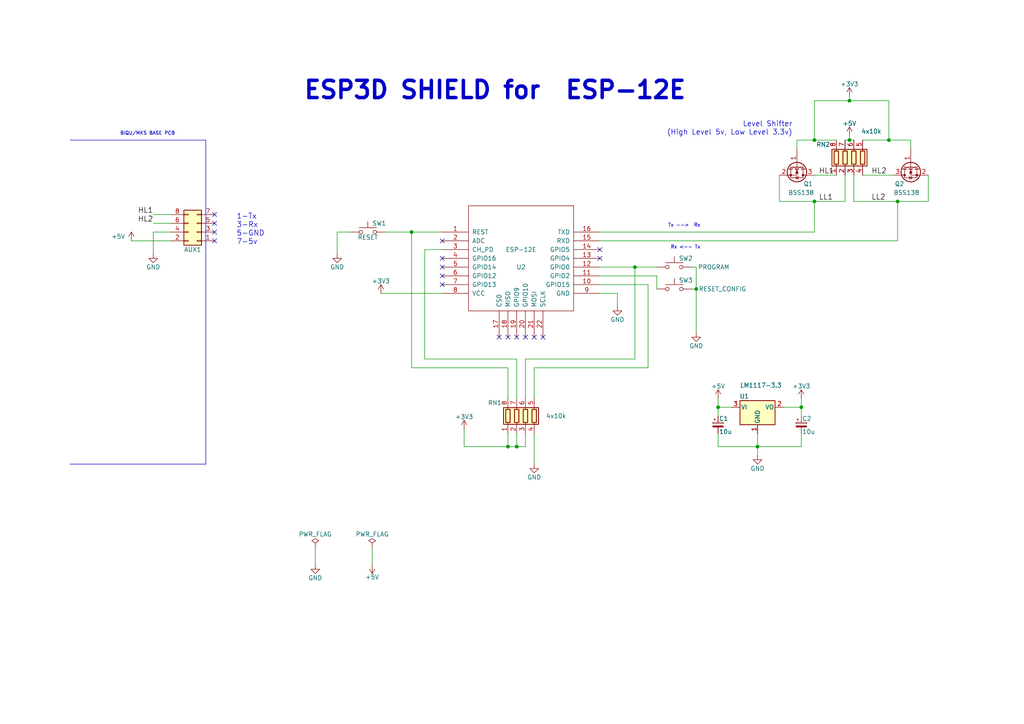
<source format=kicad_sch>
(kicad_sch (version 20230121) (generator eeschema)
  (paper "A4")
  (title_block (title "ESP3D shield") (date "29/9/2017") (rev "A") (company "dev76.org"))
  (lib_symbols
    (symbol "ESP3D-SHIELD-rescue:+3.3V" (power) (pin_names (offset 0))
      (property "Value" "+3.3V" (at 0 3.556 0))
      (symbol "+3.3V_0_1"
        (polyline (pts (xy -0.762 1.27) (xy 0 2.54)))
        (polyline (pts (xy 0 0) (xy 0 2.54)))
        (polyline (pts (xy 0 2.54) (xy 0.762 1.27)))
      )
      (symbol "+3.3V_1_1"
        (pin power_in line (at 0 0 90) (length 0) hide (name "+3V3") (number "1"))
      )
    )
    (symbol "ESP3D-SHIELD-rescue:+5V" (power) (pin_names (offset 0))
      (property "Value" "+5V" (at 0 3.556 0))
      (symbol "+5V_0_1"
        (polyline (pts (xy -0.762 1.27) (xy 0 2.54)))
        (polyline (pts (xy 0 0) (xy 0 2.54)))
        (polyline (pts (xy 0 2.54) (xy 0.762 1.27)))
      )
      (symbol "+5V_1_1"
        (pin power_in line (at 0 0 90) (length 0) hide (name "+5V") (number "1"))
      )
    )
    (symbol "ESP3D-SHIELD-rescue:BSS138" (pin_names (offset 0) hide)
      (property "Reference" "Q" (at 5.08 1.905 0))
      (property "Value" "BSS138" (at 5.08 0 0))
      (symbol "BSS138_0_1"
        (polyline (pts (xy 0.762 -1.778) (xy 2.54 -1.778)))
        (polyline (pts (xy 0.762 -1.27) (xy 0.762 -2.286)) (stroke (width 0.254)))
        (polyline (pts (xy 0.762 0) (xy 2.54 0)))
        (polyline (pts (xy 0.762 0.508) (xy 0.762 -0.508)) (stroke (width 0.254)))
        (polyline (pts (xy 0.762 1.778) (xy 2.54 1.778)))
        (polyline (pts (xy 0.762 2.286) (xy 0.762 1.27)) (stroke (width 0.254)))
        (polyline (pts (xy 2.54 -1.778) (xy 2.54 -2.54)))
        (polyline (pts (xy 2.54 -1.778) (xy 2.54 0)))
        (polyline (pts (xy 2.54 2.54) (xy 2.54 1.778)))
        (polyline (pts (xy 0.254 1.905) (xy 0.254 -1.905) (xy 0.254 -1.905)) (stroke (width 0.254)))
        (polyline (pts (xy 1.016 0) (xy 2.032 0.381) (xy 2.032 -0.381) (xy 1.016 0)) (fill (type outline)))
        (polyline (pts (xy 2.54 -1.778) (xy 3.302 -1.778) (xy 3.302 1.778) (xy 2.54 1.778)))
        (polyline (pts (xy 2.794 0.508) (xy 2.921 0.381) (xy 3.683 0.381) (xy 3.81 0.254)))
        (polyline (pts (xy 3.302 0.381) (xy 2.921 -0.254) (xy 3.683 -0.254) (xy 3.302 0.381)))
        (circle (center 1.651 0) (radius 2.8194) (stroke (width 0.254)))
        (circle (center 2.54 -1.778) (radius 0.2794) (fill (type outline)))
        (circle (center 2.54 1.778) (radius 0.2794) (fill (type outline)))
      )
      (symbol "BSS138_1_1"
        (pin input line (at -5.08 0 0) (length 5.334) (name "G") (number "1"))
        (pin passive line (at 2.54 -5.08 90) (length 2.54) (name "S") (number "2"))
        (pin passive line (at 2.54 5.08 270) (length 2.54) (name "D") (number "3"))
      )
    )
    (symbol "ESP3D-SHIELD-rescue:CP_Small" (pin_numbers hide) (pin_names (offset 0.254) hide)
      (property "Reference" "C" (at 0.254 1.778 0))
      (property "Value" "CP_Small" (at 0.254 -2.032 0))
      (symbol "CP_Small_0_1"
        (rectangle (start -1.524 -0.3048) (end 1.524 -0.6858) (fill (type outline)))
        (rectangle (start -1.524 0.6858) (end 1.524 0.3048))
        (polyline (pts (xy -1.27 1.524) (xy -0.762 1.524)))
        (polyline (pts (xy -1.016 1.27) (xy -1.016 1.778)))
      )
      (symbol "CP_Small_1_1"
        (pin passive line (at 0 2.54 270) (length 1.8542) (name "~") (number "1"))
        (pin passive line (at 0 -2.54 90) (length 1.8542) (name "~") (number "2"))
      )
    )
    (symbol "ESP3D-SHIELD-rescue:Conn_02x04_Odd_Even" (pin_names (offset 1.016) hide)
      (property "Reference" "J" (at 1.27 5.08 0))
      (property "Value" "Conn_02x04_Odd_Even" (at 1.27 -7.62 0))
      (symbol "Conn_02x04_Odd_Even_1_1"
        (rectangle (start -1.27 -4.953) (end 0 -5.207) (stroke (width 0.1524)))
        (rectangle (start -1.27 -2.413) (end 0 -2.667) (stroke (width 0.1524)))
        (rectangle (start -1.27 0.127) (end 0 -0.127) (stroke (width 0.1524)))
        (rectangle (start -1.27 2.667) (end 0 2.413) (stroke (width 0.1524)))
        (rectangle (start -1.27 3.81) (end 3.81 -6.35) (stroke (width 0.254)) (fill (type background)))
        (rectangle (start 3.81 -4.953) (end 2.54 -5.207) (stroke (width 0.1524)))
        (rectangle (start 3.81 -2.413) (end 2.54 -2.667) (stroke (width 0.1524)))
        (rectangle (start 3.81 0.127) (end 2.54 -0.127) (stroke (width 0.1524)))
        (rectangle (start 3.81 2.667) (end 2.54 2.413) (stroke (width 0.1524)))
        (pin passive line (at -5.08 2.54 0) (length 3.81) (name "Pin_1") (number "1"))
        (pin passive line (at 7.62 2.54 180) (length 3.81) (name "Pin_2") (number "2"))
        (pin passive line (at -5.08 0 0) (length 3.81) (name "Pin_3") (number "3"))
        (pin passive line (at 7.62 0 180) (length 3.81) (name "Pin_4") (number "4"))
        (pin passive line (at -5.08 -2.54 0) (length 3.81) (name "Pin_5") (number "5"))
        (pin passive line (at 7.62 -2.54 180) (length 3.81) (name "Pin_6") (number "6"))
        (pin passive line (at -5.08 -5.08 0) (length 3.81) (name "Pin_7") (number "7"))
        (pin passive line (at 7.62 -5.08 180) (length 3.81) (name "Pin_8") (number "8"))
      )
    )
    (symbol "ESP3D-SHIELD-rescue:ESP-12E" (pin_names (offset 1.016))
      (property "Reference" "U" (at 0 -2.54 0))
      (property "Value" "ESP-12E" (at 0 2.54 0))
      (symbol "ESP-12E_1_0"
        (rectangle (start -15.24 -15.24) (end 15.24 15.24))
      )
      (symbol "ESP-12E_1_1"
        (pin input line (at -22.86 7.62 0) (length 7.62) (name "REST") (number "1"))
        (pin bidirectional line (at 22.86 -7.62 180) (length 7.62) (name "GPIO15") (number "10"))
        (pin bidirectional line (at 22.86 -5.08 180) (length 7.62) (name "GPIO2") (number "11"))
        (pin bidirectional line (at 22.86 -2.54 180) (length 7.62) (name "GPIO0") (number "12"))
        (pin bidirectional line (at 22.86 0 180) (length 7.62) (name "GPIO4") (number "13"))
        (pin bidirectional line (at 22.86 2.54 180) (length 7.62) (name "GPIO5") (number "14"))
        (pin input line (at 22.86 5.08 180) (length 7.62) (name "RXD") (number "15"))
        (pin output line (at 22.86 7.62 180) (length 7.62) (name "TXD") (number "16"))
        (pin bidirectional line (at -6.35 -22.86 90) (length 7.62) (name "CS0") (number "17"))
        (pin bidirectional line (at -3.81 -22.86 90) (length 7.62) (name "MISO") (number "18"))
        (pin bidirectional line (at -1.27 -22.86 90) (length 7.62) (name "GPIO9") (number "19"))
        (pin passive line (at -22.86 5.08 0) (length 7.62) (name "ADC") (number "2"))
        (pin bidirectional line (at 1.27 -22.86 90) (length 7.62) (name "GPIO10") (number "20"))
        (pin bidirectional line (at 3.81 -22.86 90) (length 7.62) (name "MOSI") (number "21"))
        (pin bidirectional line (at 6.35 -22.86 90) (length 7.62) (name "SCLK") (number "22"))
        (pin input line (at -22.86 2.54 0) (length 7.62) (name "CH_PD") (number "3"))
        (pin bidirectional line (at -22.86 0 0) (length 7.62) (name "GPIO16") (number "4"))
        (pin bidirectional line (at -22.86 -2.54 0) (length 7.62) (name "GPIO14") (number "5"))
        (pin bidirectional line (at -22.86 -5.08 0) (length 7.62) (name "GPIO12") (number "6"))
        (pin bidirectional line (at -22.86 -7.62 0) (length 7.62) (name "GPIO13") (number "7"))
        (pin power_in line (at -22.86 -10.16 0) (length 7.62) (name "VCC") (number "8"))
        (pin power_in line (at 22.86 -10.16 180) (length 7.62) (name "GND") (number "9"))
      )
    )
    (symbol "ESP3D-SHIELD-rescue:GND" (power) (pin_names (offset 0))
      (property "Value" "GND" (at 0 -3.81 0))
      (symbol "GND_0_1"
        (polyline (pts (xy 0 0) (xy 0 -1.27) (xy 1.27 -1.27) (xy 0 -2.54) (xy -1.27 -1.27) (xy 0 -1.27)))
      )
      (symbol "GND_1_1"
        (pin power_in line (at 0 0 270) (length 0) hide (name "GND") (number "1"))
      )
    )
    (symbol "ESP3D-SHIELD-rescue:LM1117-3.3" (pin_names (offset 0.254))
      (property "Reference" "U" (at -3.81 3.175 0))
      (property "Value" "LM1117-3.3" (at 0 3.175 0))
      (symbol "LM1117-3.3_0_1"
        (rectangle (start -5.08 -5.08) (end 5.08 1.905) (stroke (width 0.254)) (fill (type background)))
      )
      (symbol "LM1117-3.3_1_1"
        (pin power_in line (at 0 -7.62 90) (length 2.54) (name "GND") (number "1"))
        (pin power_out line (at 7.62 0 180) (length 2.54) (name "VO") (number "2"))
        (pin power_in line (at -7.62 0 0) (length 2.54) (name "VI") (number "3"))
      )
    )
    (symbol "ESP3D-SHIELD-rescue:PWR_FLAG" (power) (pin_numbers hide) (pin_names (offset 0) hide)
      (property "Value" "PWR_FLAG" (at 0 3.81 0))
      (symbol "PWR_FLAG_0_0"
        (pin power_out line (at 0 0 90) (length 0) (name "pwr") (number "1"))
      )
      (symbol "PWR_FLAG_0_1"
        (polyline (pts (xy 0 0) (xy 0 1.27) (xy -1.016 1.905) (xy 0 2.54) (xy 1.016 1.905) (xy 0 1.27)))
      )
    )
    (symbol "ESP3D-SHIELD-rescue:R_Pack04" (pin_names (offset 0) hide)
      (property "Reference" "RN" (at -7.62 0 90))
      (property "Value" "R_Pack04" (at 5.08 0 90))
      (symbol "R_Pack04_0_1"
        (rectangle (start -6.35 -2.413) (end 3.81 2.413) (stroke (width 0.254)) (fill (type background)))
        (rectangle (start -5.715 1.905) (end -4.445 -1.905) (stroke (width 0.254)))
        (rectangle (start -3.175 1.905) (end -1.905 -1.905) (stroke (width 0.254)))
        (rectangle (start -0.635 1.905) (end 0.635 -1.905) (stroke (width 0.254)))
        (polyline (pts (xy -5.08 -2.54) (xy -5.08 -1.905)))
        (polyline (pts (xy -5.08 1.905) (xy -5.08 2.54)))
        (polyline (pts (xy -2.54 -2.54) (xy -2.54 -1.905)))
        (polyline (pts (xy -2.54 1.905) (xy -2.54 2.54)))
        (polyline (pts (xy 0 -2.54) (xy 0 -1.905)))
        (polyline (pts (xy 0 1.905) (xy 0 2.54)))
        (polyline (pts (xy 2.54 -2.54) (xy 2.54 -1.905)))
        (polyline (pts (xy 2.54 1.905) (xy 2.54 2.54)))
        (rectangle (start 1.905 1.905) (end 3.175 -1.905) (stroke (width 0.254)))
      )
      (symbol "R_Pack04_1_1"
        (pin passive line (at -5.08 -5.08 90) (length 2.54) (name "R1.1") (number "1"))
        (pin passive line (at -2.54 -5.08 90) (length 2.54) (name "R2.1") (number "2"))
        (pin passive line (at 0 -5.08 90) (length 2.54) (name "R3.1") (number "3"))
        (pin passive line (at 2.54 -5.08 90) (length 2.54) (name "R4.1") (number "4"))
        (pin passive line (at 2.54 5.08 270) (length 2.54) (name "R4.2") (number "5"))
        (pin passive line (at 0 5.08 270) (length 2.54) (name "R3.2") (number "6"))
        (pin passive line (at -2.54 5.08 270) (length 2.54) (name "R2.2") (number "7"))
        (pin passive line (at -5.08 5.08 270) (length 2.54) (name "R1.2") (number "8"))
      )
    )
    (symbol "ESP3D-SHIELD-rescue:SW_Push" (pin_numbers hide) (pin_names (offset 1.016) hide)
      (property "Reference" "SW" (at 1.27 2.54 0))
      (property "Value" "SW_Push" (at 0 -1.524 0))
      (symbol "SW_Push_0_1"
        (circle (center -2.032 0) (radius 0.508))
        (polyline (pts (xy 0 1.27) (xy 0 3.048)))
        (polyline (pts (xy 2.54 1.27) (xy -2.54 1.27)))
        (circle (center 2.032 0) (radius 0.508))
        (pin passive line (at -5.08 0 0) (length 2.54) (name "1") (number "1"))
        (pin passive line (at 5.08 0 180) (length 2.54) (name "2") (number "2"))
      )
    )
  )
  (junction (at 184.15 77.47))
  (junction (at 208.28 118.11))
  (junction (at 147.32 129.54))
  (junction (at 119.38 67.31))
  (junction (at 149.86 129.54))
  (junction (at 201.93 83.82))
  (junction (at 246.38 40.64))
  (junction (at 257.81 40.64))
  (junction (at 232.41 118.11))
  (junction (at 246.38 29.21))
  (junction (at 236.22 58.42))
  (junction (at 236.22 40.64))
  (junction (at 219.71 129.54))
  (junction (at 260.35 58.42))
  (no_connect (at 62.23 69.85))
  (no_connect (at 152.4 97.79))
  (no_connect (at 147.32 97.79))
  (no_connect (at 173.99 74.93))
  (no_connect (at 149.86 97.79))
  (no_connect (at 62.23 62.23))
  (no_connect (at 128.27 80.01))
  (no_connect (at 128.27 77.47))
  (no_connect (at 173.99 72.39))
  (no_connect (at 128.27 82.55))
  (no_connect (at 157.48 97.79))
  (no_connect (at 62.23 67.31))
  (no_connect (at 62.23 64.77))
  (no_connect (at 128.27 69.85))
  (no_connect (at 154.94 97.79))
  (no_connect (at 144.78 97.79))
  (no_connect (at 128.27 74.93))
  (wire (pts (xy 200.66 83.82) (xy 201.93 83.82)))
  (wire (pts (xy 184.15 104.14) (xy 184.15 77.47)))
  (wire (pts (xy 110.49 85.09) (xy 128.27 85.09)))
  (wire (pts (xy 236.22 29.21) (xy 236.22 40.64)))
  (wire (pts (xy 107.95 163.83) (xy 107.95 158.75)))
  (wire (pts (xy 147.32 115.57) (xy 147.32 106.68)))
  (wire (pts (xy 236.22 67.31) (xy 173.99 67.31)))
  (wire (pts (xy 123.19 104.14) (xy 123.19 72.39)))
  (wire (pts (xy 260.35 69.85) (xy 260.35 58.42)))
  (wire (pts (xy 232.41 129.54) (xy 232.41 125.73)))
  (wire (pts (xy 190.5 80.01) (xy 173.99 80.01)))
  (wire (pts (xy 149.86 129.54) (xy 152.4 129.54)))
  (wire (pts (xy 44.45 73.66) (xy 44.45 67.31)))
  (wire (pts (xy 219.71 129.54) (xy 232.41 129.54)))
  (wire (pts (xy 201.93 77.47) (xy 201.93 83.82)))
  (wire (pts (xy 111.76 67.31) (xy 119.38 67.31)))
  (polyline (pts (xy 20.32 40.64) (xy 59.69 40.64)))
  (wire (pts (xy 236.22 58.42) (xy 236.22 67.31)))
  (wire (pts (xy 119.38 106.68) (xy 119.38 67.31)))
  (wire (pts (xy 269.24 58.42) (xy 269.24 50.8)))
  (wire (pts (xy 91.44 163.83) (xy 91.44 158.75)))
  (wire (pts (xy 232.41 115.57) (xy 232.41 118.11)))
  (polyline (pts (xy 59.69 134.62) (xy 20.32 134.62)))
  (wire (pts (xy 246.38 40.64) (xy 246.38 39.37)))
  (polyline (pts (xy 59.69 40.64) (xy 59.69 134.62)))
  (wire (pts (xy 219.71 129.54) (xy 219.71 132.08)))
  (wire (pts (xy 152.4 115.57) (xy 152.4 104.14)))
  (wire (pts (xy 236.22 50.8) (xy 242.57 50.8)))
  (wire (pts (xy 154.94 106.68) (xy 154.94 115.57)))
  (wire (pts (xy 173.99 85.09) (xy 179.07 85.09)))
  (wire (pts (xy 201.93 83.82) (xy 201.93 96.52)))
  (wire (pts (xy 147.32 106.68) (xy 119.38 106.68)))
  (wire (pts (xy 208.28 118.11) (xy 212.09 118.11)))
  (wire (pts (xy 187.96 82.55) (xy 187.96 106.68)))
  (wire (pts (xy 147.32 129.54) (xy 149.86 129.54)))
  (wire (pts (xy 260.35 58.42) (xy 269.24 58.42)))
  (wire (pts (xy 208.28 129.54) (xy 219.71 129.54)))
  (wire (pts (xy 219.71 125.73) (xy 219.71 129.54)))
  (wire (pts (xy 226.06 58.42) (xy 236.22 58.42)))
  (wire (pts (xy 152.4 129.54) (xy 152.4 125.73)))
  (wire (pts (xy 257.81 29.21) (xy 257.81 40.64)))
  (wire (pts (xy 257.81 40.64) (xy 264.16 40.64)))
  (wire (pts (xy 247.65 58.42) (xy 260.35 58.42)))
  (wire (pts (xy 179.07 85.09) (xy 179.07 88.9)))
  (wire (pts (xy 149.86 104.14) (xy 123.19 104.14)))
  (wire (pts (xy 152.4 104.14) (xy 184.15 104.14)))
  (wire (pts (xy 250.19 40.64) (xy 257.81 40.64)))
  (wire (pts (xy 245.11 58.42) (xy 245.11 50.8)))
  (wire (pts (xy 49.53 62.23) (xy 44.45 62.23)))
  (wire (pts (xy 247.65 50.8) (xy 247.65 58.42)))
  (wire (pts (xy 123.19 72.39) (xy 128.27 72.39)))
  (wire (pts (xy 147.32 129.54) (xy 147.32 125.73)))
  (wire (pts (xy 236.22 40.64) (xy 242.57 40.64)))
  (wire (pts (xy 149.86 129.54) (xy 149.86 125.73)))
  (wire (pts (xy 173.99 82.55) (xy 187.96 82.55)))
  (wire (pts (xy 97.79 67.31) (xy 101.6 67.31)))
  (wire (pts (xy 246.38 29.21) (xy 257.81 29.21)))
  (wire (pts (xy 49.53 64.77) (xy 44.45 64.77)))
  (wire (pts (xy 38.1 69.85) (xy 49.53 69.85)))
  (wire (pts (xy 190.5 83.82) (xy 190.5 80.01)))
  (wire (pts (xy 236.22 29.21) (xy 246.38 29.21)))
  (wire (pts (xy 184.15 77.47) (xy 190.5 77.47)))
  (wire (pts (xy 264.16 40.64) (xy 264.16 43.18)))
  (wire (pts (xy 236.22 58.42) (xy 245.11 58.42)))
  (wire (pts (xy 187.96 106.68) (xy 154.94 106.68)))
  (wire (pts (xy 232.41 118.11) (xy 227.33 118.11)))
  (wire (pts (xy 208.28 118.11) (xy 208.28 120.65)))
  (wire (pts (xy 97.79 73.66) (xy 97.79 67.31)))
  (wire (pts (xy 231.14 40.64) (xy 231.14 43.18)))
  (wire (pts (xy 245.11 40.64) (xy 246.38 40.64)))
  (wire (pts (xy 134.62 129.54) (xy 147.32 129.54)))
  (wire (pts (xy 154.94 134.62) (xy 154.94 125.73)))
  (wire (pts (xy 246.38 27.94) (xy 246.38 29.21)))
  (wire (pts (xy 149.86 115.57) (xy 149.86 104.14)))
  (wire (pts (xy 232.41 118.11) (xy 232.41 120.65)))
  (wire (pts (xy 226.06 50.8) (xy 226.06 58.42)))
  (wire (pts (xy 173.99 77.47) (xy 184.15 77.47)))
  (wire (pts (xy 44.45 67.31) (xy 49.53 67.31)))
  (wire (pts (xy 208.28 125.73) (xy 208.28 129.54)))
  (wire (pts (xy 201.93 77.47) (xy 200.66 77.47)))
  (wire (pts (xy 231.14 40.64) (xy 236.22 40.64)))
  (wire (pts (xy 173.99 69.85) (xy 260.35 69.85)))
  (wire (pts (xy 119.38 67.31) (xy 128.27 67.31)))
  (wire (pts (xy 134.62 124.46) (xy 134.62 129.54)))
  (wire (pts (xy 259.08 50.8) (xy 250.19 50.8)))
  (wire (pts (xy 208.28 115.57) (xy 208.28 118.11)))
  (wire (pts (xy 246.38 40.64) (xy 247.65 40.64)))
  (text "ESP3D SHIELD for  ESP-12E" (at 199.39 29.21 0) (effects (font (size 5.0038 5.0038) (thickness 1.0008) bold) (justify right bottom)))
  (text "Level Shifter\n(High Level 5v, Low Level 3.3v)" (at 229.87 39.37 0) (effects (font (size 1.4986 1.4986)) (justify right bottom)))
  (text "1-Tx\n3-Rx\n5-GND\n7-5v" (at 68.58 71.12 0) (effects (font (size 1.524 1.524)) (justify left bottom)))
  (text "BIQU/MKS BASE PCB\n" (at 50.8 39.37 0) (effects (font (size 0.9906 0.9906)) (justify right bottom)))
  (text "Rx <-- Tx" (at 203.2 72.39 0) (effects (font (size 0.9906 0.9906)) (justify right bottom)))
  (text "Tx -->  Rx" (at 203.2 66.04 0) (effects (font (size 0.9906 0.9906)) (justify right bottom)))
  (label "LL1" (at 237.49 58.42 0) (effects (font (size 1.524 1.524))))
  (label "HL1" (at 44.45 62.23 180) (effects (font (size 1.524 1.524))))
  (label "HL1" (at 237.49 50.8 0) (effects (font (size 1.524 1.524))))
  (label "HL2" (at 44.45 64.77 180) (effects (font (size 1.524 1.524))))
  (label "HL2" (at 252.73 50.8 0) (effects (font (size 1.524 1.524))))
  (label "LL2" (at 252.73 58.42 0) (effects (font (size 1.524 1.524))))
  (symbol (lib_id "ESP3D-SHIELD-rescue:ESP-12E") (at 151.13 74.93 0) (unit 1)
    (property "Reference" "U2" (at 151.13 77.47 0))
    (property "Value" "ESP-12E" (at 151.13 72.39 0))
    (property "Footprint" "ESP8266:ESP-12E_SMD" (effects hide))
  )
  (symbol (lib_id "ESP3D-SHIELD-rescue:LM1117-3.3") (at 219.71 118.11 0) (unit 1)
    (property "Reference" "U1" (at 215.9 114.935 0))
    (property "Value" "LM1117-3.3" (at 214.63 111.76 0) (effects (justify left)))
    (property "Footprint" "TO_SOT_Packages_SMD:SOT-223" (effects hide))
  )
  (symbol (lib_id "ESP3D-SHIELD-rescue:Conn_02x04_Odd_Even") (at 57.15 67.31 180) (unit 1)
    (property "Reference" "AUX1" (at 55.88 72.39 0))
    (property "Value" "Conn_02x04_Odd_Even" (effects hide))
    (property "Footprint" "Connectors:IDC_Header_Straight_8pins" (effects hide))
  )
  (symbol (lib_id "ESP3D-SHIELD-rescue:BSS138") (at 231.14 48.26 270) (unit 1)
    (property "Reference" "Q1" (at 233.045 53.34 90) (effects (justify left)))
    (property "Value" "BSS138" (at 228.6 55.88 90) (effects (justify left)))
    (property "Footprint" "TO_SOT_Packages_SMD:SOT-23" (effects hide))
  )
  (symbol (lib_id "ESP3D-SHIELD-rescue:BSS138") (at 264.16 48.26 90) (mirror x) (unit 1)
    (property "Reference" "Q2" (at 262.255 53.34 90) (effects (justify left)))
    (property "Value" "BSS138" (at 266.7 55.88 90) (effects (justify left)))
    (property "Footprint" "TO_SOT_Packages_SMD:SOT-23" (effects hide))
  )
  (symbol (lib_id "ESP3D-SHIELD-rescue:R_Pack04") (at 247.65 45.72 0) (unit 1)
    (property "Reference" "RN2" (at 238.76 41.91 0))
    (property "Value" "4x10k" (at 252.73 38.1 0))
    (property "Footprint" "Resistors_SMD:R_Array_Concave_4x0603" (effects hide))
  )
  (symbol (lib_id "ESP3D-SHIELD-rescue:GND") (at 219.71 132.08 0) (unit 1)
    (property "Reference" "#PWR01" (effects hide))
    (property "Value" "GND" (at 219.71 135.89 0))
  )
  (symbol (lib_id "ESP3D-SHIELD-rescue:GND") (at 179.07 88.9 0) (unit 1)
    (property "Reference" "#PWR02" (effects hide))
    (property "Value" "GND" (at 179.07 92.71 0))
  )
  (symbol (lib_id "ESP3D-SHIELD-rescue:+5V") (at 246.38 39.37 0) (unit 1)
    (property "Reference" "#PWR03" (effects hide))
    (property "Value" "+5V" (at 246.38 35.814 0))
  )
  (symbol (lib_id "ESP3D-SHIELD-rescue:+3.3V") (at 246.38 27.94 0) (unit 1)
    (property "Reference" "#PWR04" (effects hide))
    (property "Value" "+3.3V" (at 246.38 24.384 0))
  )
  (symbol (lib_id "ESP3D-SHIELD-rescue:CP_Small") (at 232.41 123.19 0) (unit 1)
    (property "Reference" "C2" (at 232.664 121.412 0) (effects (justify left)))
    (property "Value" "10u" (at 232.664 125.222 0) (effects (justify left)))
    (property "Footprint" "Capacitors_Tantalum_SMD:CP_Tantalum_Case-A_EIA-3216-18_Reflow" (effects hide))
  )
  (symbol (lib_id "ESP3D-SHIELD-rescue:+3.3V") (at 232.41 115.57 0) (unit 1)
    (property "Reference" "#PWR05" (effects hide))
    (property "Value" "+3.3V" (at 232.41 112.014 0))
  )
  (symbol (lib_id "ESP3D-SHIELD-rescue:+5V") (at 208.28 115.57 0) (unit 1)
    (property "Reference" "#PWR06" (effects hide))
    (property "Value" "+5V" (at 208.28 112.014 0))
  )
  (symbol (lib_id "ESP3D-SHIELD-rescue:GND") (at 44.45 73.66 0) (unit 1)
    (property "Reference" "#PWR07" (effects hide))
    (property "Value" "GND" (at 44.45 77.47 0))
  )
  (symbol (lib_id "ESP3D-SHIELD-rescue:+5V") (at 38.1 69.85 0) (unit 1)
    (property "Reference" "#PWR08" (effects hide))
    (property "Value" "+5V" (at 34.29 68.58 0))
  )
  (symbol (lib_id "ESP3D-SHIELD-rescue:R_Pack04") (at 152.4 120.65 0) (unit 1)
    (property "Reference" "RN1" (at 143.51 116.84 0))
    (property "Value" "4x10k" (at 161.29 120.65 0))
    (property "Footprint" "Resistors_SMD:R_Array_Concave_4x0603" (effects hide))
  )
  (symbol (lib_id "ESP3D-SHIELD-rescue:GND") (at 154.94 134.62 0) (unit 1)
    (property "Reference" "#PWR09" (effects hide))
    (property "Value" "GND" (at 154.94 138.43 0))
  )
  (symbol (lib_id "ESP3D-SHIELD-rescue:+3.3V") (at 134.62 124.46 0) (unit 1)
    (property "Reference" "#PWR010" (effects hide))
    (property "Value" "+3.3V" (at 134.62 120.904 0))
  )
  (symbol (lib_id "ESP3D-SHIELD-rescue:SW_Push") (at 106.68 67.31 0) (unit 1)
    (property "Reference" "SW1" (at 107.95 64.77 0) (effects (justify left)))
    (property "Value" "RESET" (at 106.68 68.834 0))
    (property "Footprint" "w_switch:smd_push" (effects hide))
  )
  (symbol (lib_id "ESP3D-SHIELD-rescue:GND") (at 97.79 73.66 0) (unit 1)
    (property "Reference" "#PWR011" (effects hide))
    (property "Value" "GND" (at 97.79 77.47 0))
  )
  (symbol (lib_id "ESP3D-SHIELD-rescue:SW_Push") (at 195.58 77.47 0) (unit 1)
    (property "Reference" "SW2" (at 196.85 74.93 0) (effects (justify left)))
    (property "Value" "PROGRAM" (at 207.01 77.47 0))
    (property "Footprint" "w_switch:smd_push" (effects hide))
  )
  (symbol (lib_id "ESP3D-SHIELD-rescue:GND") (at 201.93 96.52 0) (unit 1)
    (property "Reference" "#PWR012" (effects hide))
    (property "Value" "GND" (at 201.93 100.33 0))
  )
  (symbol (lib_id "ESP3D-SHIELD-rescue:+3.3V") (at 110.49 85.09 0) (unit 1)
    (property "Reference" "#PWR013" (effects hide))
    (property "Value" "+3.3V" (at 110.49 81.534 0))
  )
  (symbol (lib_id "ESP3D-SHIELD-rescue:SW_Push") (at 195.58 83.82 0) (unit 1)
    (property "Reference" "SW3" (at 196.85 81.28 0) (effects (justify left)))
    (property "Value" "RESET_CONFIG" (at 209.55 83.82 0))
    (property "Footprint" "w_switch:smd_push" (effects hide))
  )
  (symbol (lib_id "ESP3D-SHIELD-rescue:CP_Small") (at 208.28 123.19 0) (unit 1)
    (property "Reference" "C1" (at 208.534 121.412 0) (effects (justify left)))
    (property "Value" "10u" (at 208.534 125.222 0) (effects (justify left)))
    (property "Footprint" "Capacitors_Tantalum_SMD:CP_Tantalum_Case-A_EIA-3216-18_Reflow" (effects hide))
  )
  (symbol (lib_id "ESP3D-SHIELD-rescue:PWR_FLAG") (at 91.44 158.75 0) (unit 1)
    (property "Reference" "#FLG014" (effects hide))
    (property "Value" "PWR_FLAG" (at 91.44 154.94 0))
  )
  (symbol (lib_id "ESP3D-SHIELD-rescue:GND") (at 91.44 163.83 0) (unit 1)
    (property "Reference" "#PWR015" (effects hide))
    (property "Value" "GND" (at 91.44 167.64 0))
  )
  (symbol (lib_id "ESP3D-SHIELD-rescue:PWR_FLAG") (at 107.95 158.75 0) (unit 1)
    (property "Reference" "#FLG016" (effects hide))
    (property "Value" "PWR_FLAG" (at 107.95 154.94 0))
  )
  (symbol (lib_id "ESP3D-SHIELD-rescue:+5V") (at 107.95 163.83 180) (unit 1)
    (property "Reference" "#PWR017" (effects hide))
    (property "Value" "+5V" (at 107.95 167.386 0))
  )
)
</source>
